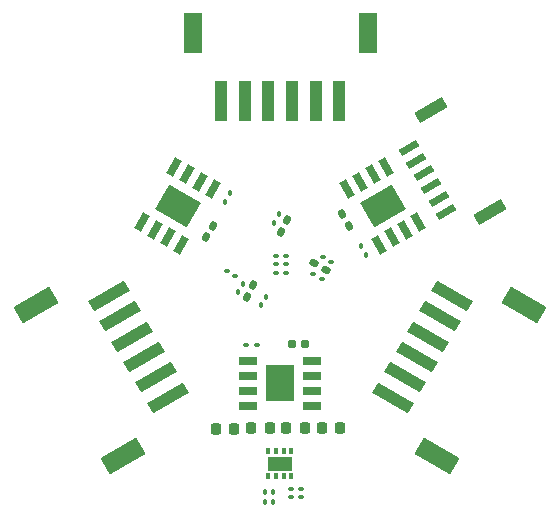
<source format=gbr>
%TF.GenerationSoftware,KiCad,Pcbnew,9.0.6-rc1*%
%TF.CreationDate,2025-10-31T17:35:14+01:00*%
%TF.ProjectId,PCB_BRUSHED,5043425f-4252-4555-9348-45442e6b6963,rev?*%
%TF.SameCoordinates,Original*%
%TF.FileFunction,Paste,Bot*%
%TF.FilePolarity,Positive*%
%FSLAX46Y46*%
G04 Gerber Fmt 4.6, Leading zero omitted, Abs format (unit mm)*
G04 Created by KiCad (PCBNEW 9.0.6-rc1) date 2025-10-31 17:35:14*
%MOMM*%
%LPD*%
G01*
G04 APERTURE LIST*
G04 Aperture macros list*
%AMRoundRect*
0 Rectangle with rounded corners*
0 $1 Rounding radius*
0 $2 $3 $4 $5 $6 $7 $8 $9 X,Y pos of 4 corners*
0 Add a 4 corners polygon primitive as box body*
4,1,4,$2,$3,$4,$5,$6,$7,$8,$9,$2,$3,0*
0 Add four circle primitives for the rounded corners*
1,1,$1+$1,$2,$3*
1,1,$1+$1,$4,$5*
1,1,$1+$1,$6,$7*
1,1,$1+$1,$8,$9*
0 Add four rect primitives between the rounded corners*
20,1,$1+$1,$2,$3,$4,$5,0*
20,1,$1+$1,$4,$5,$6,$7,0*
20,1,$1+$1,$6,$7,$8,$9,0*
20,1,$1+$1,$8,$9,$2,$3,0*%
%AMRotRect*
0 Rectangle, with rotation*
0 The origin of the aperture is its center*
0 $1 length*
0 $2 width*
0 $3 Rotation angle, in degrees counterclockwise*
0 Add horizontal line*
21,1,$1,$2,0,0,$3*%
G04 Aperture macros list end*
%ADD10RoundRect,0.225000X-0.225000X-0.250000X0.225000X-0.250000X0.225000X0.250000X-0.225000X0.250000X0*%
%ADD11RoundRect,0.090000X-0.008442X0.165378X-0.147442X-0.075378X0.008442X-0.165378X0.147442X0.075378X0*%
%ADD12RoundRect,0.090000X-0.165378X-0.008442X0.075378X-0.147442X0.165378X0.008442X-0.075378X0.147442X0*%
%ADD13RoundRect,0.090000X0.147442X-0.075378X0.008442X0.165378X-0.147442X0.075378X-0.008442X-0.165378X0*%
%ADD14RoundRect,0.090000X0.008442X-0.165378X0.147442X0.075378X-0.008442X0.165378X-0.147442X-0.075378X0*%
%ADD15RoundRect,0.155000X0.240484X-0.106530X0.027984X0.261530X-0.240484X0.106530X-0.027984X-0.261530X0*%
%ADD16RoundRect,0.155000X-0.261530X-0.027984X0.106530X-0.240484X0.261530X0.027984X-0.106530X0.240484X0*%
%ADD17RotRect,1.000000X3.500000X60.000000*%
%ADD18RotRect,1.600000X3.500000X60.000000*%
%ADD19RoundRect,0.155000X-0.027984X0.261530X-0.240484X-0.106530X0.027984X-0.261530X0.240484X0.106530X0*%
%ADD20R,1.525000X0.650000*%
%ADD21R,2.400000X3.100000*%
%ADD22R,1.000000X3.500000*%
%ADD23R,1.600000X3.500000*%
%ADD24RoundRect,0.090000X0.139000X0.090000X-0.139000X0.090000X-0.139000X-0.090000X0.139000X-0.090000X0*%
%ADD25RotRect,1.000000X3.500000X300.000000*%
%ADD26RotRect,1.600000X3.500000X300.000000*%
%ADD27R,0.410000X0.510000*%
%ADD28R,2.000000X1.200000*%
%ADD29RotRect,0.650000X1.525000X30.000000*%
%ADD30RotRect,2.400000X3.100000X120.000000*%
%ADD31RoundRect,0.090000X0.165378X0.008442X-0.075378X0.147442X-0.165378X-0.008442X0.075378X-0.147442X0*%
%ADD32RotRect,0.600000X1.700000X300.000000*%
%ADD33RotRect,1.000000X2.700000X300.000000*%
%ADD34RoundRect,0.090000X-0.139000X-0.090000X0.139000X-0.090000X0.139000X0.090000X-0.139000X0.090000X0*%
%ADD35RoundRect,0.090000X-0.090000X0.139000X-0.090000X-0.139000X0.090000X-0.139000X0.090000X0.139000X0*%
%ADD36RoundRect,0.225000X0.225000X0.250000X-0.225000X0.250000X-0.225000X-0.250000X0.225000X-0.250000X0*%
%ADD37RoundRect,0.090000X0.090000X-0.139000X0.090000X0.139000X-0.090000X0.139000X-0.090000X-0.139000X0*%
%ADD38RoundRect,0.155000X-0.212500X-0.155000X0.212500X-0.155000X0.212500X0.155000X-0.212500X0.155000X0*%
%ADD39RotRect,0.650000X1.525000X150.000000*%
%ADD40RotRect,2.400000X3.100000X240.000000*%
G04 APERTURE END LIST*
D10*
%TO.C,C5*%
X133500000Y-109850000D03*
X135050000Y-109850000D03*
%TD*%
D11*
%TO.C,R25*%
X125741250Y-89925444D03*
X125308750Y-90674556D03*
%TD*%
D12*
%TO.C,C18*%
X133575444Y-95333750D03*
X134324556Y-95766250D03*
%TD*%
D13*
%TO.C,R14*%
X137270000Y-95177461D03*
X136837500Y-94428349D03*
%TD*%
D14*
%TO.C,C7*%
X128355000Y-99452461D03*
X128787500Y-98703349D03*
%TD*%
%TO.C,C21*%
X129500000Y-92475000D03*
X129932500Y-91725888D03*
%TD*%
D15*
%TO.C,C28*%
X135783750Y-92691469D03*
X135216250Y-91708531D03*
%TD*%
D10*
%TO.C,C2*%
X127550000Y-109850000D03*
X129100000Y-109850000D03*
%TD*%
D16*
%TO.C,C26*%
X132858531Y-95891250D03*
X133841469Y-96458750D03*
%TD*%
D17*
%TO.C,J4*%
X144538500Y-98619873D03*
X143538500Y-100351924D03*
X142538500Y-102083975D03*
X141538500Y-103816025D03*
X140538500Y-105548076D03*
X139538500Y-107280127D03*
D18*
X143274845Y-112208588D03*
X150674845Y-99391412D03*
%TD*%
D19*
%TO.C,C35*%
X124292048Y-92705000D03*
X123724548Y-93687938D03*
%TD*%
D20*
%TO.C,IC3*%
X127288000Y-107925000D03*
X127288000Y-106655000D03*
X127288000Y-105385000D03*
X127288000Y-104115000D03*
X132712000Y-104115000D03*
X132712000Y-105385000D03*
X132712000Y-106655000D03*
X132712000Y-107925000D03*
D21*
X130000000Y-106020000D03*
%TD*%
D22*
%TO.C,J2*%
X125000000Y-82100000D03*
X127000000Y-82100000D03*
X129000000Y-82100000D03*
X131000000Y-82100000D03*
X133000000Y-82100000D03*
X135000000Y-82100000D03*
D23*
X137400000Y-76400000D03*
X122600000Y-76400000D03*
%TD*%
D24*
%TO.C,R1*%
X130475000Y-95250000D03*
X129610000Y-95250000D03*
%TD*%
D11*
%TO.C,C11*%
X126816250Y-97600444D03*
X126383750Y-98349556D03*
%TD*%
D25*
%TO.C,J10*%
X120461500Y-107280127D03*
X119461500Y-105548076D03*
X118461500Y-103816025D03*
X117461500Y-102083975D03*
X116461500Y-100351924D03*
X115461500Y-98619873D03*
D26*
X109325155Y-99391412D03*
X116725155Y-112208588D03*
%TD*%
D27*
%TO.C,IC1*%
X129000000Y-111800000D03*
X129650000Y-111800000D03*
X130300000Y-111800000D03*
X130950000Y-111800000D03*
X130950000Y-113900000D03*
X130300000Y-113900000D03*
X129650000Y-113900000D03*
X129000000Y-113900000D03*
D28*
X129975000Y-112850000D03*
%TD*%
D29*
%TO.C,IC2*%
X141684198Y-92386161D03*
X140584346Y-93021161D03*
X139484494Y-93656161D03*
X138384642Y-94291161D03*
X135672642Y-89593839D03*
X136772494Y-88958839D03*
X137872346Y-88323839D03*
X138972198Y-87688839D03*
D30*
X138678420Y-90990000D03*
%TD*%
D19*
%TO.C,C16*%
X130608750Y-92233531D03*
X130041250Y-93216469D03*
%TD*%
D24*
%TO.C,R4*%
X131790000Y-114950000D03*
X130925000Y-114950000D03*
%TD*%
D12*
%TO.C,C25*%
X132778349Y-96787500D03*
X133527461Y-97220000D03*
%TD*%
D19*
%TO.C,C10*%
X127708750Y-97733531D03*
X127141250Y-98716469D03*
%TD*%
D31*
%TO.C,C23*%
X126196651Y-96987500D03*
X125447539Y-96555000D03*
%TD*%
D32*
%TO.C,J6*%
X140900000Y-86104937D03*
X141525000Y-87187468D03*
X142150000Y-88270000D03*
X142775000Y-89352532D03*
X143400000Y-90435064D03*
X144025000Y-91517595D03*
D33*
X142746282Y-82902790D03*
X147721282Y-91519742D03*
%TD*%
D34*
%TO.C,R2*%
X129617500Y-96725000D03*
X130482500Y-96725000D03*
%TD*%
%TO.C,R5*%
X130917500Y-115675000D03*
X131782500Y-115675000D03*
%TD*%
D35*
%TO.C,C3*%
X128675000Y-115225000D03*
X128675000Y-116090000D03*
%TD*%
D36*
%TO.C,C6*%
X132075000Y-109850000D03*
X130525000Y-109850000D03*
%TD*%
%TO.C,C1*%
X126100000Y-109875000D03*
X124550000Y-109875000D03*
%TD*%
D37*
%TO.C,R3*%
X129400000Y-116090000D03*
X129400000Y-115225000D03*
%TD*%
D38*
%TO.C,C31*%
X130957500Y-102675000D03*
X132092500Y-102675000D03*
%TD*%
D34*
%TO.C,R19*%
X127135000Y-102775000D03*
X128000000Y-102775000D03*
%TD*%
D39*
%TO.C,IC4*%
X121027802Y-87688839D03*
X122127654Y-88323839D03*
X123227506Y-88958839D03*
X124327358Y-89593839D03*
X121615358Y-94291161D03*
X120515506Y-93656161D03*
X119415654Y-93021161D03*
X118315802Y-92386161D03*
D40*
X121321580Y-90990000D03*
%TD*%
D24*
%TO.C,C4*%
X130475000Y-95975000D03*
X129610000Y-95975000D03*
%TD*%
M02*

</source>
